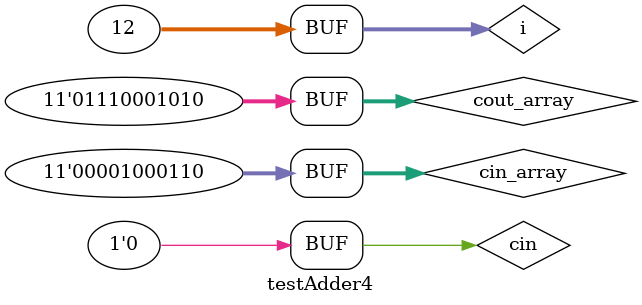
<source format=v>
module testAdder4; // Testbench module
    parameter N = 11; //size of the test set
    reg [3:0] addend; // create the 4-bit addend variable A
    reg [3:0] augend ; // create a 4-bit augend variable to hold B
    reg cin;  // carry in
    wire [3:0] sum; // a net to route sum as ouptut
    wire cout; // carry out
    reg [3:0] addend_array [1:N];
    reg [1:N] cin_array;
    reg [3:0] augend_array [1:N];
    reg [3:0] sum_array [1:N];
    reg [1:N] cout_array;

    initial
        begin
            //initialization of addend_array
            addend_array[1] =  4'b0111;
            addend_array[2] =  4'b1101;
            addend_array[3] =  4'b0101;
            addend_array[4] =  4'b1101;
            addend_array[5] =  4'b0111;
            addend_array[6] =  4'b1000;
            addend_array[7] =  4'b0111;
            addend_array[8] =  4'b1000;
            addend_array[9] =  4'b0000;
            addend_array[10] = 4'b1111;
            addend_array[11] = 4'b0000;

            //initialization of cin_array
            cin_array[1] =  1'b0;
            cin_array[2] =  1'b0;
            cin_array[3] =  1'b0;
            cin_array[4] =  1'b0;
            cin_array[5] =  1'b1;
            cin_array[6] =  1'b0;
            cin_array[7] =  1'b0;
            cin_array[8] =  1'b0;
            cin_array[9] =  1'b1;
            cin_array[10] = 1'b1;
            cin_array[11] = 1'b0;

            //initialization of augend_array
            augend_array[1] =  4'b0101;
            augend_array[2] =  4'b0101;
            augend_array[3] =  4'b1101;
            augend_array[4] =  4'b1101;
            augend_array[5] =  4'b0111;
            augend_array[6] =  4'b0111;
            augend_array[7] =  4'b1000;
            augend_array[8] =  4'b1000;
            augend_array[9] =  4'b1101;
            augend_array[10] = 4'b1111;
            augend_array[11] = 4'b0000;

            //initialization of sum_array (expected sum outputs)
            sum_array[1] =  4'b1100;
            sum_array[2] =  4'b0010;
            sum_array[3] =  4'b0010;
            sum_array[4] =  4'b1010;
            sum_array[5] =  4'b1111;
            sum_array[6] =  4'b1111;
            sum_array[7] =  4'b1111;
            sum_array[8] =  4'b0000;
            sum_array[9] =  4'b1110;
            sum_array[10] = 4'b1111;
            sum_array[11] = 4'b0000;

            //initialization of cout_array (expected carry output)
            cout_array[1] =  1'b0;
            cout_array[2] =  1'b1;
            cout_array[3] =  1'b1;
            cout_array[4] =  1'b1;
            cout_array[5] =  1'b0;
            cout_array[6] =  1'b0;
            cout_array[7] =  1'b0;
            cout_array[8] =  1'b1;
            cout_array[9] =  1'b0;
            cout_array[10] = 1'b1;
            cout_array[11] = 1'b0;
        end
    integer i;
    always
        begin
            for ( i = 1 ; i <= N ; i =i + 1 )
                begin
                    $display(i);
                    addend <= addend_array[i]; // assign test data to the addend vector
                    augend <= augend_array[i]; // assign test data to the augend vector
                    cin    <=    cin_array[i]; // assign carry in

                    #40; // delay for 40 time units

                    if (!(sum == sum_array[i & cout == cout_array[i]]))
                        begin
                            $write("ERROR: ");
                            $display("Wrong Answer ");
                        end
                    
                    else
                        begin
                          $display("Correct!!");
                        end
                end
            $display("Test Finished");
        end
    Adder4 add4(addend, augend, cin, sum, cout); // instantiate four-bit adder module
endmodule
</source>
